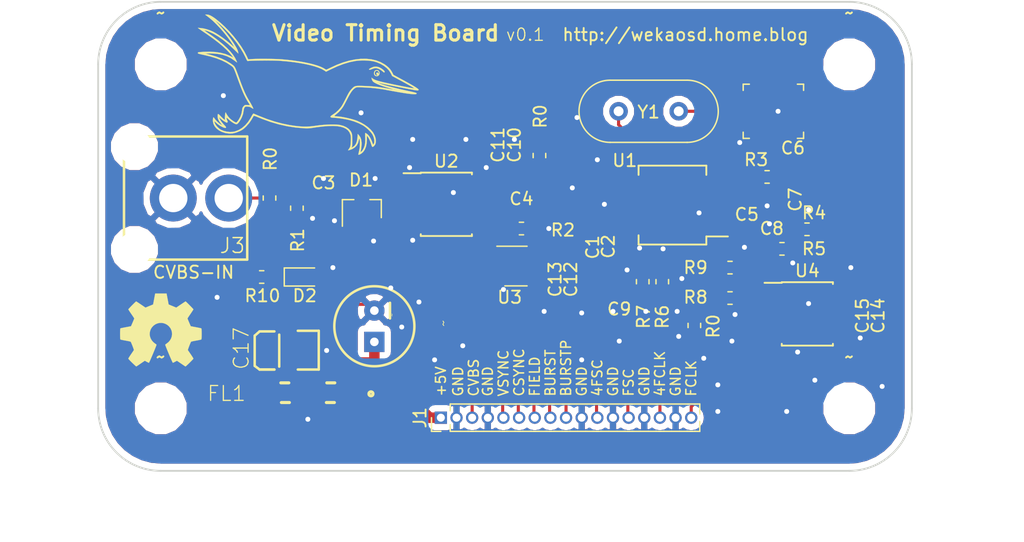
<source format=kicad_pcb>
(kicad_pcb (version 20171130) (host pcbnew "(5.0.0)")
  (layers (0 F.Cu signal) (31 B.Cu signal) (34 B.Paste user) (35 F.Paste user) (36 B.SilkS user) (37 F.SilkS user) (38 B.Mask user) (39 F.Mask user hide) (44 Edge.Cuts user))
  (net 0 "")
  (net 1 GND)
  (net 2 +5V)
  (net 3 VDD)
  (net 4 "Net-(C5-Pad2)")
  (net 5 "Net-(U3-Pad1)")
  (net 6 /CVBS-CLAMPED)
  (net 7 /CVBS-IN)
  (net 8 "Net-(C4-Pad1)")
  (net 9 "Net-(C6-Pad2)")
  (net 10 "Net-(C7-Pad2)")
  (net 11 /FSC)
  (net 12 /4FSC)
  (net 13 "Net-(D2-Pad2)")
  (net 14 /CSYNC)
  (net 15 /VSYNC)
  (net 16 /FIELD)
  (net 17 /BURST)
  (net 18 /BURST-INV)
  (net 19 /FCLK)
  (net 20 /4FCLK)
  (net 21 "Net-(R8-Pad2)")
  (net 22 /XTAL)
  (net 23 /FSC-BIAS)
  (net 24 /4FSC-BIAS)
  (module Package_TO_SOT_SMD:SOT-23-5_HandSoldering (layer F.Cu) (at 146.939 106.553)
    (fp_text reference U3 (at -0.508 2.54 180) (layer F.SilkS))
    (fp_text value SN74LVC1GU04)
    (pad 5 smd rect (at 1.35 -0.95) (size 1.56 0.65) (layers F.Cu F.Paste F.Mask) (net 3 VDD))
    (pad 4 smd rect (at 1.35 0.95) (size 1.56 0.65) (layers F.Cu F.Paste F.Mask) (net 18 /BURST-INV))
    (pad 3 smd rect (at -1.35 0.95) (size 1.56 0.65) (layers F.Cu F.Paste F.Mask) (net 1 GND))
    (pad 2 smd rect (at -1.35 0) (size 1.56 0.65) (layers F.Cu F.Paste F.Mask) (net 17 /BURST))
    (pad 1 smd rect (at -1.35 -0.95) (size 1.56 0.65) (layers F.Cu F.Paste F.Mask) (net 5 "Net-(U3-Pad1)"))
  )
  (module LED_SMD:LED_0603_1608Metric_Pad1.05x0.95mm_HandSolder (layer F.Cu) (at 129.794 107.442)
    (fp_text reference D2 (at 0 1.524) (layer F.SilkS))
    (fp_text value ~)
    (pad 2 smd roundrect (at -0.875 0) (size 1.05 0.95) (layers F.Cu F.Paste F.Mask) (net 13 "Net-(D2-Pad2)"))
    (pad 1 smd roundrect (at 0.875 0) (size 1.05 0.95) (layers F.Cu F.Paste F.Mask) (net 1 GND))
  )
  (module Package_SO:SOIC-8_3.9x4.9mm_P1.27mm (layer F.Cu) (at 170.5864 110.4392)
    (fp_text reference U4 (at 0 -3.5) (layer F.SilkS))
    (fp_text value TLV3502AIDCNR)
    (pad 8 smd rect (at 2.7 -1.905) (size 1.55 0.6) (layers F.Cu F.Paste F.Mask) (net 3 VDD))
    (pad 7 smd rect (at 2.7 -0.635) (size 1.55 0.6) (layers F.Cu F.Paste F.Mask) (net 19 /FCLK))
    (pad 6 smd rect (at 2.7 0.635) (size 1.55 0.6) (layers F.Cu F.Paste F.Mask) (net 20 /4FCLK))
    (pad 5 smd rect (at 2.7 1.905) (size 1.55 0.6) (layers F.Cu F.Paste F.Mask) (net 1 GND))
    (pad 4 smd rect (at -2.7 1.905) (size 1.55 0.6) (layers F.Cu F.Paste F.Mask) (net 24 /4FSC-BIAS))
    (pad 3 smd rect (at -2.7 0.635) (size 1.55 0.6) (layers F.Cu F.Paste F.Mask) (net 21 "Net-(R8-Pad2)"))
    (pad 2 smd rect (at -2.7 -0.635) (size 1.55 0.6) (layers F.Cu F.Paste F.Mask) (net 23 /FSC-BIAS))
    (pad 1 smd rect (at -2.7 -1.905) (size 1.55 0.6) (layers F.Cu F.Paste F.Mask) (net 21 "Net-(R8-Pad2)"))
  )
  (module Resistor_SMD:R_0603_1608Metric_Pad1.05x0.95mm_HandSolder (layer F.Cu) (at 148.844 97.5754 90)
    (fp_text reference R0 (at 3.175 0.0635 90) (layer F.SilkS))
    (fp_text value 0R)
    (pad 1 smd roundrect (at -0.875 0 90) (size 1.05 0.95) (layers F.Cu F.Paste F.Mask) (net 3 VDD))
    (pad 2 smd roundrect (at 0.875 0 90) (size 1.05 0.95) (layers F.Cu F.Paste F.Mask) (net 3 VDD))
  )
  (module Resistor_SMD:R_0603_1608Metric_Pad1.05x0.95mm_HandSolder (layer F.Cu) (at 161.417 111.379 90)
    (fp_text reference R0 (at -0.0635 1.524 90) (layer F.SilkS))
    (fp_text value 0R)
    (pad 1 smd roundrect (at -0.875 0 90) (size 1.05 0.95) (layers F.Cu F.Paste F.Mask) (net 11 /FSC))
    (pad 2 smd roundrect (at 0.875 0 90) (size 1.05 0.95) (layers F.Cu F.Paste F.Mask) (net 11 /FSC))
  )
  (module Connector_PinHeader_1.27mm:PinHeader_1x17_P1.27mm_Vertical (layer F.Cu) (at 140.843 118.872 90)
    (fp_text reference J1 (at 0 -1.695 90) (layer F.SilkS))
    (fp_text value ~)
    (pad 17 thru_hole oval (at 0 20.32 90) (size 1 1) (drill 0.65) (layers *.Cu *.Mask) (net 19 /FCLK))
    (pad 16 thru_hole oval (at 0 19.05 90) (size 1 1) (drill 0.65) (layers *.Cu *.Mask) (net 1 GND))
    (pad 15 thru_hole oval (at 0 17.78 90) (size 1 1) (drill 0.65) (layers *.Cu *.Mask) (net 20 /4FCLK))
    (pad 14 thru_hole oval (at 0 16.51 90) (size 1 1) (drill 0.65) (layers *.Cu *.Mask) (net 1 GND))
    (pad 13 thru_hole oval (at 0 15.24 90) (size 1 1) (drill 0.65) (layers *.Cu *.Mask) (net 11 /FSC))
    (pad 12 thru_hole oval (at 0 13.97 90) (size 1 1) (drill 0.65) (layers *.Cu *.Mask) (net 1 GND))
    (pad 11 thru_hole oval (at 0 12.7 90) (size 1 1) (drill 0.65) (layers *.Cu *.Mask) (net 12 /4FSC))
    (pad 10 thru_hole oval (at 0 11.43 90) (size 1 1) (drill 0.65) (layers *.Cu *.Mask) (net 1 GND))
    (pad 9 thru_hole oval (at 0 10.16 90) (size 1 1) (drill 0.65) (layers *.Cu *.Mask) (net 18 /BURST-INV))
    (pad 8 thru_hole oval (at 0 8.89 90) (size 1 1) (drill 0.65) (layers *.Cu *.Mask) (net 17 /BURST))
    (pad 7 thru_hole oval (at 0 7.62 90) (size 1 1) (drill 0.65) (layers *.Cu *.Mask) (net 16 /FIELD))
    (pad 6 thru_hole oval (at 0 6.35 90) (size 1 1) (drill 0.65) (layers *.Cu *.Mask) (net 14 /CSYNC))
    (pad 5 thru_hole oval (at 0 5.08 90) (size 1 1) (drill 0.65) (layers *.Cu *.Mask) (net 15 /VSYNC))
    (pad 4 thru_hole oval (at 0 3.81 90) (size 1 1) (drill 0.65) (layers *.Cu *.Mask) (net 1 GND))
    (pad 3 thru_hole oval (at 0 2.54 90) (size 1 1) (drill 0.65) (layers *.Cu *.Mask) (net 6 /CVBS-CLAMPED))
    (pad 2 thru_hole oval (at 0 1.27 90) (size 1 1) (drill 0.65) (layers *.Cu *.Mask) (net 1 GND))
    (pad 1 thru_hole rect (at 0 0 90) (size 1 1) (drill 0.65) (layers *.Cu *.Mask) (net 2 +5V))
  )
  (module Capacitor_SMD:C_0402_1005Metric (layer F.Cu) (at 168.3385 101.092 90)
    (fp_text reference C7 (at -0.0635 1.27 90) (layer F.SilkS))
    (fp_text value 0.1uF)
    (pad 1 smd roundrect (at -0.485 0 90) (size 0.59 0.64) (layers F.Cu F.Paste F.Mask) (net 1 GND))
    (pad 2 smd roundrect (at 0.485 0 90) (size 0.59 0.64) (layers F.Cu F.Paste F.Mask) (net 10 "Net-(C7-Pad2)"))
  )
  (module Capacitor_SMD:C_0402_1005Metric (layer F.Cu) (at 165.735 103.505 180)
    (fp_text reference C8 (at -1.9685 0 180) (layer F.SilkS))
    (fp_text value 1nF)
    (pad 1 smd roundrect (at -0.485 0 180) (size 0.59 0.64) (layers F.Cu F.Paste F.Mask) (net 23 /FSC-BIAS))
    (pad 2 smd roundrect (at 0.485 0 180) (size 0.59 0.64) (layers F.Cu F.Paste F.Mask) (net 11 /FSC))
  )
  (module Capacitor_SMD:C_0402_1005Metric (layer F.Cu) (at 155.3845 108.712 180)
    (fp_text reference C9 (at 0.0635 -1.3335 180) (layer F.SilkS))
    (fp_text value 1nF)
    (pad 1 smd roundrect (at -0.485 0 180) (size 0.59 0.64) (layers F.Cu F.Paste F.Mask) (net 24 /4FSC-BIAS))
    (pad 2 smd roundrect (at 0.485 0 180) (size 0.59 0.64) (layers F.Cu F.Paste F.Mask) (net 12 /4FSC))
  )
  (module Capacitor_SMD:C_0402_1005Metric (layer F.Cu) (at 146.6215 99.187 90)
    (fp_text reference C10 (at 2.4765 0.1905 90) (layer F.SilkS))
    (fp_text value 10uF)
    (pad 2 smd roundrect (at 0.485 0 90) (size 0.59 0.64) (layers F.Cu F.Paste F.Mask) (net 1 GND))
    (pad 1 smd roundrect (at -0.485 0 90) (size 0.59 0.64) (layers F.Cu F.Paste F.Mask) (net 3 VDD))
  )
  (module Capacitor_SMD:C_0402_1005Metric (layer F.Cu) (at 145.6055 99.187 270)
    (fp_text reference C11 (at -2.4765 0.127 270) (layer F.SilkS))
    (fp_text value 0.1uF)
    (pad 1 smd roundrect (at -0.485 0 270) (size 0.59 0.64) (layers F.Cu F.Paste F.Mask) (net 1 GND))
    (pad 2 smd roundrect (at 0.485 0 270) (size 0.59 0.64) (layers F.Cu F.Paste F.Mask) (net 3 VDD))
  )
  (module Capacitor_SMD:C_0402_1005Metric (layer F.Cu) (at 149.987 105.0925 90)
    (fp_text reference C13 (at -2.54 0.127 90) (layer F.SilkS))
    (fp_text value 0.1uF)
    (pad 2 smd roundrect (at 0.485 0 90) (size 0.59 0.64) (layers F.Cu F.Paste F.Mask) (net 1 GND))
    (pad 1 smd roundrect (at -0.485 0 90) (size 0.59 0.64) (layers F.Cu F.Paste F.Mask) (net 3 VDD))
  )
  (module Capacitor_SMD:C_0402_1005Metric (layer F.Cu) (at 175.9458 108.0516 270)
    (fp_text reference C14 (at 2.54 -0.381 90) (layer F.SilkS))
    (fp_text value 10uF)
    (pad 2 smd roundrect (at 0.485 0 270) (size 0.59 0.64) (layers F.Cu F.Paste F.Mask) (net 3 VDD))
    (pad 1 smd roundrect (at -0.485 0 270) (size 0.59 0.64) (layers F.Cu F.Paste F.Mask) (net 1 GND))
  )
  (module Capacitor_SMD:C_0402_1005Metric (layer F.Cu) (at 174.9298 108.0516 270)
    (fp_text reference C15 (at 2.54 -0.127 270) (layer F.SilkS))
    (fp_text value 0.1uF)
    (pad 2 smd roundrect (at 0.485 0 270) (size 0.59 0.64) (layers F.Cu F.Paste F.Mask) (net 3 VDD))
    (pad 1 smd roundrect (at -0.485 0 270) (size 0.59 0.64) (layers F.Cu F.Paste F.Mask) (net 1 GND))
  )
  (module Footprints:6816 (layer F.Cu) (at 130.048 116.84 180)
    (fp_text reference FL1 (at 4.953 0.635 180) (layer F.SilkS) (effects (font (size 1.2065 1.2065) (thickness 0.1016)) (justify right top)))
    (fp_text value NFE61PT472C1H9L hide)
    (pad 1 smd rect (at -3.4 0 180) (size 2 1.6) (layers F.Cu F.Paste F.Mask) (net 2 +5V))
    (pad 2 smd rect (at 0 0 180) (size 2.6 2) (layers F.Cu F.Paste F.Mask) (net 1 GND))
    (pad 3 smd rect (at 3.4 0 180) (size 2 1.6) (layers F.Cu F.Paste F.Mask) (net 3 VDD))
  )
  (module Resistor_SMD:R_0603_1608Metric_Pad1.05x0.95mm_HandSolder (layer F.Cu) (at 129.159 101.854 90)
    (fp_text reference R1 (at -2.6035 0.0635 90) (layer F.SilkS))
    (fp_text value 75R)
    (pad 1 smd roundrect (at -0.875 0 90) (size 1.05 0.95) (layers F.Cu F.Paste F.Mask) (net 1 GND))
    (pad 2 smd roundrect (at 0.875 0 90) (size 1.05 0.95) (layers F.Cu F.Paste F.Mask) (net 7 /CVBS-IN))
  )
  (module Resistor_SMD:R_0603_1608Metric_Pad1.05x0.95mm_HandSolder (layer F.Cu) (at 147.3835 103.505)
    (fp_text reference R2 (at 3.3655 0.127) (layer F.SilkS))
    (fp_text value 680K)
    (pad 2 smd roundrect (at 0.875 0) (size 1.05 0.95) (layers F.Cu F.Paste F.Mask) (net 1 GND))
    (pad 1 smd roundrect (at -0.875 0) (size 1.05 0.95) (layers F.Cu F.Paste F.Mask) (net 8 "Net-(C4-Pad1)"))
  )
  (module Resistor_SMD:R_0603_1608Metric_Pad1.05x0.95mm_HandSolder (layer F.Cu) (at 167.3225 99.314 180)
    (fp_text reference R3 (at 0.889 1.397 180) (layer F.SilkS))
    (fp_text value 47K)
    (pad 1 smd roundrect (at -0.875 0 180) (size 1.05 0.95) (layers F.Cu F.Paste F.Mask) (net 10 "Net-(C7-Pad2)"))
    (pad 2 smd roundrect (at 0.875 0 180) (size 1.05 0.95) (layers F.Cu F.Paste F.Mask) (net 4 "Net-(C5-Pad2)"))
  )
  (module Resistor_SMD:R_0603_1608Metric_Pad1.05x0.95mm_HandSolder (layer F.Cu) (at 170.561 103.5685 180)
    (fp_text reference R4 (at -0.5715 1.3335 180) (layer F.SilkS))
    (fp_text value 10K)
    (pad 1 smd roundrect (at -0.875 0 180) (size 1.05 0.95) (layers F.Cu F.Paste F.Mask) (net 3 VDD))
    (pad 2 smd roundrect (at 0.875 0 180) (size 1.05 0.95) (layers F.Cu F.Paste F.Mask) (net 23 /FSC-BIAS))
  )
  (module Resistor_SMD:R_0603_1608Metric_Pad1.05x0.95mm_HandSolder (layer F.Cu) (at 168.529 105.156)
    (fp_text reference R5 (at 2.6035 0) (layer F.SilkS))
    (fp_text value 10K)
    (pad 2 smd roundrect (at 0.875 0) (size 1.05 0.95) (layers F.Cu F.Paste F.Mask) (net 1 GND))
    (pad 1 smd roundrect (at -0.875 0) (size 1.05 0.95) (layers F.Cu F.Paste F.Mask) (net 23 /FSC-BIAS))
  )
  (module Resistor_SMD:R_0603_1608Metric_Pad1.05x0.95mm_HandSolder (layer F.Cu) (at 158.8135 107.823 270)
    (fp_text reference R6 (at 2.8575 0 270) (layer F.SilkS))
    (fp_text value 10K)
    (pad 2 smd roundrect (at 0.875 0 270) (size 1.05 0.95) (layers F.Cu F.Paste F.Mask) (net 24 /4FSC-BIAS))
    (pad 1 smd roundrect (at -0.875 0 270) (size 1.05 0.95) (layers F.Cu F.Paste F.Mask) (net 3 VDD))
  )
  (module Resistor_SMD:R_0603_1608Metric_Pad1.05x0.95mm_HandSolder (layer F.Cu) (at 157.226 107.823 90)
    (fp_text reference R7 (at -2.8575 0.0635 90) (layer F.SilkS))
    (fp_text value 10K)
    (pad 1 smd roundrect (at -0.875 0 90) (size 1.05 0.95) (layers F.Cu F.Paste F.Mask) (net 24 /4FSC-BIAS))
    (pad 2 smd roundrect (at 0.875 0 90) (size 1.05 0.95) (layers F.Cu F.Paste F.Mask) (net 1 GND))
  )
  (module Resistor_SMD:R_0603_1608Metric_Pad1.05x0.95mm_HandSolder (layer F.Cu) (at 164.3126 109.15142)
    (fp_text reference R8 (at -2.794 -0.0635) (layer F.SilkS))
    (fp_text value 10K)
    (pad 1 smd roundrect (at -0.875 0) (size 1.05 0.95) (layers F.Cu F.Paste F.Mask) (net 1 GND))
    (pad 2 smd roundrect (at 0.875 0) (size 1.05 0.95) (layers F.Cu F.Paste F.Mask) (net 21 "Net-(R8-Pad2)"))
  )
  (module Resistor_SMD:R_0603_1608Metric_Pad1.05x0.95mm_HandSolder (layer F.Cu) (at 164.3126 106.68 180)
    (fp_text reference R9 (at 2.794 0 180) (layer F.SilkS))
    (fp_text value 10K)
    (pad 2 smd roundrect (at 0.875 0 180) (size 1.05 0.95) (layers F.Cu F.Paste F.Mask) (net 3 VDD))
    (pad 1 smd roundrect (at -0.875 0 180) (size 1.05 0.95) (layers F.Cu F.Paste F.Mask) (net 21 "Net-(R8-Pad2)"))
  )
  (module Resistor_SMD:R_0603_1608Metric_Pad1.05x0.95mm_HandSolder (layer F.Cu) (at 126.3015 107.442)
    (fp_text reference R10 (at 0.0635 1.524) (layer F.SilkS))
    (fp_text value 150R)
    (pad 1 smd roundrect (at -0.875 0) (size 1.05 0.95) (layers F.Cu F.Paste F.Mask) (net 3 VDD))
    (pad 2 smd roundrect (at 0.875 0) (size 1.05 0.95) (layers F.Cu F.Paste F.Mask) (net 13 "Net-(D2-Pad2)"))
  )
  (module Package_SO:SO-8_5.3x6.2mm_P1.27mm (layer F.Cu) (at 159.639 101.6 180)
    (fp_text reference U1 (at 3.8735 3.6195 180) (layer F.SilkS))
    (fp_text value MC44144)
    (pad 1 smd rect (at -3.7 -1.905 180) (size 1.75 0.55) (layers F.Cu F.Paste F.Mask) (net 11 /FSC))
    (pad 2 smd rect (at -3.7 -0.635 180) (size 1.75 0.55) (layers F.Cu F.Paste F.Mask) (net 1 GND))
    (pad 3 smd rect (at -3.7 0.635 180) (size 1.75 0.55) (layers F.Cu F.Paste F.Mask) (net 4 "Net-(C5-Pad2)"))
    (pad 4 smd rect (at -3.7 1.905 180) (size 1.75 0.55) (layers F.Cu F.Paste F.Mask) (net 22 /XTAL))
    (pad 5 smd rect (at 3.7 1.905 180) (size 1.75 0.55) (layers F.Cu F.Paste F.Mask) (net 12 /4FSC))
    (pad 6 smd rect (at 3.7 0.635 180) (size 1.75 0.55) (layers F.Cu F.Paste F.Mask) (net 6 /CVBS-CLAMPED))
    (pad 7 smd rect (at 3.7 -0.635 180) (size 1.75 0.55) (layers F.Cu F.Paste F.Mask) (net 18 /BURST-INV))
    (pad 8 smd rect (at 3.7 -1.905 180) (size 1.75 0.55) (layers F.Cu F.Paste F.Mask) (net 3 VDD))
  )
  (module Package_SO:SOIC-8_3.9x4.9mm_P1.27mm (layer F.Cu) (at 141.2875 101.5365)
    (fp_text reference U2 (at 0 -3.5) (layer F.SilkS))
    (fp_text value LM1881)
    (pad 1 smd rect (at -2.7 -1.905) (size 1.55 0.6) (layers F.Cu F.Paste F.Mask) (net 14 /CSYNC))
    (pad 2 smd rect (at -2.7 -0.635) (size 1.55 0.6) (layers F.Cu F.Paste F.Mask) (net 6 /CVBS-CLAMPED))
    (pad 3 smd rect (at -2.7 0.635) (size 1.55 0.6) (layers F.Cu F.Paste F.Mask) (net 15 /VSYNC))
    (pad 4 smd rect (at -2.7 1.905) (size 1.55 0.6) (layers F.Cu F.Paste F.Mask) (net 1 GND))
    (pad 5 smd rect (at 2.7 1.905) (size 1.55 0.6) (layers F.Cu F.Paste F.Mask) (net 17 /BURST))
    (pad 6 smd rect (at 2.7 0.635) (size 1.55 0.6) (layers F.Cu F.Paste F.Mask) (net 8 "Net-(C4-Pad1)"))
    (pad 7 smd rect (at 2.7 -0.635) (size 1.55 0.6) (layers F.Cu F.Paste F.Mask) (net 16 /FIELD))
    (pad 8 smd rect (at 2.7 -1.905) (size 1.55 0.6) (layers F.Cu F.Paste F.Mask) (net 3 VDD))
  )
  (module Crystal:Crystal_HC49-U_Vertical (layer F.Cu) (at 160.147 93.98 180)
    (fp_text reference Y1 (at 2.44 -0.0635 180) (layer F.SilkS))
    (fp_text value ~)
    (pad 1 thru_hole circle (at 0 0 180) (size 1.5 1.5) (drill 0.8) (layers *.Cu *.Mask) (net 9 "Net-(C6-Pad2)"))
    (pad 2 thru_hole circle (at 4.88 0 180) (size 1.5 1.5) (drill 0.8) (layers *.Cu *.Mask) (net 22 /XTAL))
  )
  (module Capacitor_SMD:C_0402_1005Metric (layer F.Cu) (at 153.0985 102.997 90)
    (fp_text reference C1 (at -2.032 0.0635 90) (layer F.SilkS))
    (fp_text value 10uF)
    (pad 2 smd roundrect (at 0.485 0 90) (size 0.59 0.64) (layers F.Cu F.Paste F.Mask) (net 1 GND))
    (pad 1 smd roundrect (at -0.485 0 90) (size 0.59 0.64) (layers F.Cu F.Paste F.Mask) (net 3 VDD))
  )
  (module Capacitor_SMD:C_0402_1005Metric (layer F.Cu) (at 154.178 102.997 90)
    (fp_text reference C2 (at -1.9685 0.254 90) (layer F.SilkS))
    (fp_text value 0.1uF)
    (pad 2 smd roundrect (at 0.485 0 90) (size 0.59 0.64) (layers F.Cu F.Paste F.Mask) (net 1 GND))
    (pad 1 smd roundrect (at -0.485 0 90) (size 0.59 0.64) (layers F.Cu F.Paste F.Mask) (net 3 VDD))
  )
  (module Capacitor_SMD:C_0402_1005Metric (layer F.Cu) (at 131.318 100.965)
    (fp_text reference C3 (at 0 -1.17) (layer F.SilkS))
    (fp_text value 0.1uF)
    (pad 2 smd roundrect (at 0.485 0) (size 0.59 0.64) (layers F.Cu F.Paste F.Mask) (net 6 /CVBS-CLAMPED))
    (pad 1 smd roundrect (at -0.485 0) (size 0.59 0.64) (layers F.Cu F.Paste F.Mask) (net 7 /CVBS-IN))
  )
  (module Capacitor_SMD:C_0402_1005Metric (layer F.Cu) (at 147.3835 102.1715)
    (fp_text reference C4 (at 0 -1.0795) (layer F.SilkS))
    (fp_text value 0.1uF)
    (pad 1 smd roundrect (at -0.485 0) (size 0.59 0.64) (layers F.Cu F.Paste F.Mask) (net 8 "Net-(C4-Pad1)"))
    (pad 2 smd roundrect (at 0.485 0) (size 0.59 0.64) (layers F.Cu F.Paste F.Mask) (net 1 GND))
  )
  (module Capacitor_SMD:C_0402_1005Metric (layer F.Cu) (at 166.751 100.6475 180)
    (fp_text reference C5 (at 1.0795 -1.7145 180) (layer F.SilkS))
    (fp_text value 470pF)
    (pad 1 smd roundrect (at -0.485 0 180) (size 0.59 0.64) (layers F.Cu F.Paste F.Mask) (net 1 GND))
    (pad 2 smd roundrect (at 0.485 0 180) (size 0.59 0.64) (layers F.Cu F.Paste F.Mask) (net 4 "Net-(C5-Pad2)"))
  )
  (module Capacitor_SMD:C_Trimmer_Murata_TZB4-A (layer F.Cu) (at 167.8305 93.98 180)
    (fp_text reference C6 (at -1.5875 -2.9845 180) (layer F.SilkS))
    (fp_text value 5-25pF)
    (pad 1 smd rect (at -2.35 0 180) (size 2.3 1.6) (layers F.Cu F.Paste F.Mask) (net 1 GND))
    (pad 2 smd rect (at 2.35 0 180) (size 2.3 1.6) (layers F.Cu F.Paste F.Mask) (net 9 "Net-(C6-Pad2)"))
  )
  (module Capacitor_SMD:C_0402_1005Metric (layer F.Cu) (at 151.0665 105.0925 90)
    (fp_text reference C12 (at -2.54 0.3175 90) (layer F.SilkS))
    (fp_text value 10uF)
    (pad 1 smd roundrect (at -0.485 0 90) (size 0.59 0.64) (layers F.Cu F.Paste F.Mask) (net 3 VDD))
    (pad 2 smd roundrect (at 0.485 0 90) (size 0.59 0.64) (layers F.Cu F.Paste F.Mask) (net 1 GND))
  )
  (module Footprints:CPOL-RADIAL (layer F.Cu) (at 135.4455 111.4425 270)
    (fp_text reference C16 hide)
    (fp_text value 220uF hide)
    (fp_text user ~ (at 0.0635 -6.0325 270) (layer F.SilkS) (effects (font (size 0.77216 0.77216) (thickness 0.065024)) (justify left bottom)))
    (fp_text user ~ (at -0.762 -1.651 270) (layer F.SilkS) (effects (font (size 0.38608 0.38608) (thickness 0.032512)) (justify left bottom)))
    (pad 2 thru_hole circle (at -1.27 0 270) (size 1.651 1.651) (drill 0.7) (layers *.Cu *.Mask) (net 1 GND))
    (pad 1 thru_hole rect (at 1.27 0 270) (size 1.651 1.651) (drill 0.7) (layers *.Cu *.Mask) (net 2 +5V))
  )
  (module Footprints:EIA3528 (layer F.Cu) (at 128.3335 113.411 180)
    (fp_text reference C17 (at 2.9845 -1.651 270) (layer F.SilkS) (effects (font (size 1.2065 1.2065) (thickness 0.1016)) (justify left bottom)))
    (fp_text value 33uF hide)
    (pad 1 smd rect (at 1.65 0 270) (size 2.5 1.2) (layers F.Cu F.Paste F.Mask) (net 3 VDD))
    (pad 2 smd rect (at -1.65 0 270) (size 2.5 1.2) (layers F.Cu F.Paste F.Mask) (net 1 GND))
  )
  (module Package_TO_SOT_SMD:SOT-23 (layer F.Cu) (at 134.4295 101.9175 90)
    (fp_text reference D1 (at 2.3495 -0.0635 180) (layer F.SilkS))
    (fp_text value BAT54)
    (pad 1 smd rect (at -1 -0.95 90) (size 0.9 0.8) (layers F.Cu F.Paste F.Mask) (net 1 GND))
    (pad 2 smd rect (at -1 0.95 90) (size 0.9 0.8) (layers F.Cu F.Paste F.Mask))
    (pad 3 smd rect (at 1 0 90) (size 0.9 0.8) (layers F.Cu F.Paste F.Mask) (net 6 /CVBS-CLAMPED))
  )
  (module Footprints:RCA (layer F.Cu) (at 119.126 101.0285 90)
    (fp_text reference J3 (at -4.572 3.683 180) (layer F.SilkS) (effects (font (size 1.2065 1.2065) (thickness 0.12065)) (justify left bottom)))
    (fp_text value ~ hide)
    (pad 1 thru_hole circle (at 0 4.5 90) (size 3.81 3.81) (drill 2.3) (layers *.Cu *.Mask) (net 7 /CVBS-IN))
    (pad 2 thru_hole circle (at 0 0 90) (size 3.81 3.81) (drill 2.3) (layers *.Cu *.Mask) (net 1 GND))
    (pad "" np_thru_hole circle (at -4.175 -3.15 90) (size 2.8 2.8) (drill 2.8) (layers *.Cu))
    (pad "" np_thru_hole circle (at 4.175 -3.15 90) (size 2.8 2.8) (drill 2.8) (layers *.Cu))
  )
  (module MountingHole:MountingHole_3.2mm_M3 (layer F.Cu) (at 118.11 90.17)
    (fp_text reference ~ (at 0 -4.2) (layer F.SilkS))
    (fp_text value MountingHole_3.2mm_M3)
    (pad 1 np_thru_hole circle (at 0 0) (size 3.2 3.2) (drill 3.2) (layers *.Cu *.Mask))
  )
  (module MountingHole:MountingHole_3.2mm_M3 (layer F.Cu) (at 173.99 90.17)
    (fp_text reference ~ (at 0 -4.2) (layer F.SilkS))
    (fp_text value MountingHole_3.2mm_M3)
    (pad 1 np_thru_hole circle (at 0 0) (size 3.2 3.2) (drill 3.2) (layers *.Cu *.Mask))
  )
  (module MountingHole:MountingHole_3.2mm_M3 (layer F.Cu) (at 173.99 118.11)
    (fp_text reference ~ (at 0 -4.2) (layer F.SilkS))
    (fp_text value MountingHole_3.2mm_M3)
    (pad 1 np_thru_hole circle (at 0 0) (size 3.2 3.2) (drill 3.2) (layers *.Cu *.Mask))
  )
  (module MountingHole:MountingHole_3.2mm_M3 (layer F.Cu) (at 118.11 118.11)
    (fp_text reference ~ (at 0 -4.2) (layer F.SilkS))
    (fp_text value MountingHole_3.2mm_M3)
    (pad 1 np_thru_hole circle (at 0 0) (size 3.2 3.2) (drill 3.2) (layers *.Cu *.Mask))
  )
  (module Symbol:OSHW-Symbol_6.7x6mm_SilkScreen (layer F.Cu) (at 118.11 111.76)
    (fp_text reference ~ hide)
    (fp_text value OSHW-Symbol_6.7x6mm_SilkScreen hide)
  )
  (module Resistor_SMD:R_0603_1608Metric_Pad1.05x0.95mm_HandSolder (layer F.Cu) (at 126.9365 101.0285 90)
    (fp_text reference R0 (at 3.175 0.0635 90) (layer F.SilkS))
    (fp_text value 0R)
    (pad 2 smd roundrect (at 0.875 0 90) (size 1.05 0.95) (layers F.Cu F.Paste F.Mask) (net 3 VDD))
    (pad 1 smd roundrect (at -0.875 0 90) (size 1.05 0.95) (layers F.Cu F.Paste F.Mask) (net 3 VDD))
  )
  (module Footprints:weka (layer F.Cu) (at 130.048 91.821)
    (fp_text reference ~ hide)
    (fp_text value ~ hide)
  )
  (gr_text CVBS-IN (at 120.777 107.061) (layer F.SilkS) (effects (font (size 1 1))))
  (gr_text v0.1 (at 147.701 87.757) (layer F.SilkS) (effects (font (size 1 1) (thickness 0.1))))
  (gr_text CVBS (at 143.51 117.221 90) (layer F.SilkS) (effects (font (size 0.8 0.8) (thickness 0.125)) (justify left)))
  (gr_text GND (at 142.24 117.221 90) (layer F.SilkS) (effects (font (size 0.8 0.8) (thickness 0.125)) (justify left)))
  (gr_text 4FSC (at 153.543 117.221 90) (layer F.SilkS) (effects (font (size 0.8 0.8) (thickness 0.125)) (justify left)))
  (gr_text http://wekaosd.home.blog (at 150.622 87.757) (layer F.SilkS) (effects (font (size 1 1)) (justify left)))
  (gr_text "Video Timing Board" (at 127 87.63) (layer F.SilkS) (effects (font (size 1.25 1.25) (thickness 0.25)) (justify left)))
  (gr_text FCLK (at 161.163 117.221 90) (layer F.SilkS) (effects (font (size 0.8 0.8) (thickness 0.125)) (justify left)))
  (gr_text GND (at 159.893 117.221 90) (layer F.SilkS) (effects (font (size 0.8 0.8) (thickness 0.125)) (justify left)))
  (gr_text 4FCLK (at 158.623 117.221 90) (layer F.SilkS) (effects (font (size 0.8 0.8) (thickness 0.125)) (justify left)))
  (gr_text GND (at 157.353 117.221 90) (layer F.SilkS) (effects (font (size 0.8 0.8) (thickness 0.125)) (justify left)))
  (gr_text FSC (at 156.083 117.221 90) (layer F.SilkS) (effects (font (size 0.8 0.8) (thickness 0.125)) (justify left)))
  (gr_text GND (at 154.813 117.221 90) (layer F.SilkS) (effects (font (size 0.8 0.8) (thickness 0.125)) (justify left)))
  (gr_text GND (at 152.273 117.221 90) (layer F.SilkS) (effects (font (size 0.8 0.8) (thickness 0.125)) (justify left)))
  (gr_text BURSTP (at 151.003 117.221 90) (layer F.SilkS) (effects (font (size 0.8 0.8) (thickness 0.125)) (justify left)))
  (gr_text BURST (at 149.733 117.221 90) (layer F.SilkS) (effects (font (size 0.8 0.8) (thickness 0.125)) (justify left)))
  (gr_text FIELD (at 148.463 117.221 90) (layer F.SilkS) (effects (font (size 0.8 0.8) (thickness 0.125)) (justify left)))
  (gr_text CSYNC (at 147.193 117.221 90) (layer F.SilkS) (effects (font (size 0.8 0.8) (thickness 0.125)) (justify left)))
  (gr_text VSYNC (at 145.923 117.221 90) (layer F.SilkS) (effects (font (size 0.8 0.8) (thickness 0.125)) (justify left)))
  (gr_text GND (at 144.653 117.221 90) (layer F.SilkS) (effects (font (size 0.8 0.8) (thickness 0.125)) (justify left)))
  (gr_text +5V (at 140.843 117.221 90) (layer F.SilkS) (effects (font (size 0.8 0.8) (thickness 0.125)) (justify left)))
  (gr_line (start 173.99 123.19) (end 118.11 123.19) (layer Edge.Cuts) (width 0.15))
  (gr_line (start 179.07 90.17) (end 179.07 118.11) (layer Edge.Cuts) (width 0.15))
  (gr_line (start 173.99 85.09) (end 118.11 85.09) (layer Edge.Cuts) (width 0.15))
  (gr_arc (start 173.99 118.11) (end 173.99 123.19) (angle -90) (layer Edge.Cuts) (width 0.15))
  (gr_arc (start 173.99 90.17) (end 179.07 90.17) (angle -90) (layer Edge.Cuts) (width 0.15))
  (gr_arc (start 118.11 118.11) (end 113.03 118.11) (angle -90) (layer Edge.Cuts) (width 0.15))
  (gr_arc (start 118.11 90.17) (end 118.11 85.09) (angle -90) (layer Edge.Cuts) (width 0.15))
  (gr_line (start 113.03 118.11) (end 113.03 90.17) (layer Edge.Cuts) (width 0.15))
  (via (at 164.719 110.49) (size 0.8) (drill 0.4) (layers F.Cu B.Cu) (net 1))
  (via (at 156.972 105.0925) (size 0.8) (drill 0.4) (layers F.Cu B.Cu) (net 1))
  (via (at 153.543 97.917) (size 0.8) (drill 0.4) (layers F.Cu B.Cu) (net 1))
  (via (at 155.956 106.8705) (size 0.8) (drill 0.4) (layers F.Cu B.Cu) (net 1))
  (via (at 167.3225 101.6635) (size 0.8) (drill 0.4) (layers F.Cu B.Cu) (net 1))
  (via (at 168.2115 93.98) (size 0.8) (drill 0.4) (layers F.Cu B.Cu) (net 1))
  (via (at 161.798 102.235) (size 0.8) (drill 0.4) (layers F.Cu B.Cu) (net 1))
  (via (at 154.1145 101.5365) (size 0.8) (drill 0.4) (layers F.Cu B.Cu) (net 1))
  (via (at 145.923 108.458) (size 0.8) (drill 0.4) (layers F.Cu B.Cu) (net 1))
  (via (at 149.606 103.505) (size 0.8) (drill 0.4) (layers F.Cu B.Cu) (net 1))
  (via (at 138.557 104.4575) (size 0.8) (drill 0.4) (layers F.Cu B.Cu) (net 1))
  (via (at 130.429 102.6795) (size 0.8) (drill 0.4) (layers F.Cu B.Cu) (net 1))
  (via (at 144.526 98.552) (size 0.8) (drill 0.4) (layers F.Cu B.Cu) (net 1))
  (segment (start 129.9835 116.204) (end 130.048 116.2685) (width 0.85) (layer F.Cu) (net 1))
  (segment (start 130.3515 116.572) (end 130.048 116.2685) (width 0.25) (layer F.Cu) (net 1))
  (segment (start 130.667 102.9175) (end 130.429 102.6795) (width 0.25) (layer F.Cu) (net 1))
  (segment (start 133.4795 102.9175) (end 130.667 102.9175) (width 0.25) (layer F.Cu) (net 1))
  (segment (start 130.3795 102.729) (end 130.429 102.6795) (width 0.25) (layer F.Cu) (net 1))
  (segment (start 129.159 102.729) (end 130.3795 102.729) (width 0.25) (layer F.Cu) (net 1))
  (segment (start 138.557 103.472) (end 138.5875 103.4415) (width 0.6) (layer F.Cu) (net 1))
  (segment (start 138.557 104.4575) (end 138.557 103.472) (width 0.6) (layer F.Cu) (net 1))
  (segment (start 145.6055 98.702) (end 146.6215 98.702) (width 0.6) (layer F.Cu) (net 1))
  (segment (start 148.6535 102.1715) (end 149.606 103.124) (width 0.25) (layer F.Cu) (net 1))
  (segment (start 147.8685 102.1715) (end 148.6535 102.1715) (width 0.25) (layer F.Cu) (net 1))
  (segment (start 149.225 103.505) (end 149.606 103.124) (width 0.25) (layer F.Cu) (net 1))
  (segment (start 148.2585 103.505) (end 149.225 103.505) (width 0.25) (layer F.Cu) (net 1))
  (segment (start 149.987 104.6075) (end 151.0665 104.6075) (width 0.6) (layer F.Cu) (net 1))
  (segment (start 154.178 102.512) (end 153.0985 102.512) (width 0.6) (layer F.Cu) (net 1))
  (segment (start 154.178 101.6) (end 154.1145 101.5365) (width 0.6) (layer F.Cu) (net 1))
  (segment (start 154.178 102.512) (end 154.178 101.6) (width 0.6) (layer F.Cu) (net 1))
  (segment (start 161.798 102.235) (end 163.339 102.235) (width 0.6) (layer F.Cu) (net 1))
  (segment (start 168.2115 93.98) (end 170.1805 93.98) (width 0.25) (layer F.Cu) (net 1))
  (segment (start 168.1655 101.577) (end 168.3385 101.577) (width 0.25) (layer F.Cu) (net 1))
  (segment (start 167.722499 101.133999) (end 167.7035 101.115) (width 0.25) (layer F.Cu) (net 1))
  (segment (start 167.722499 101.263501) (end 167.722499 101.133999) (width 0.25) (layer F.Cu) (net 1))
  (segment (start 167.3225 101.6635) (end 167.722499 101.263501) (width 0.25) (layer F.Cu) (net 1))
  (segment (start 167.236 100.6475) (end 167.7035 101.115) (width 0.25) (layer F.Cu) (net 1))
  (segment (start 167.7035 101.115) (end 168.1655 101.577) (width 0.25) (layer F.Cu) (net 1))
  (segment (start 134.9375 109.6645) (end 135.4455 110.1725) (width 0.25) (layer F.Cu) (net 1))
  (segment (start 130.7325 109.6645) (end 134.9375 109.6645) (width 0.25) (layer F.Cu) (net 1))
  (segment (start 130.048 113.4755) (end 129.9835 113.411) (width 0.85) (layer F.Cu) (net 1))
  (segment (start 130.048 116.84) (end 130.048 113.4755) (width 0.85) (layer F.Cu) (net 1))
  (via (at 132.08 106.68) (size 0.8) (drill 0.4) (layers F.Cu B.Cu) (net 1))
  (via (at 122.682 109.093) (size 0.8) (drill 0.4) (layers F.Cu B.Cu) (net 1))
  (via (at 168.91 118.364) (size 0.8) (drill 0.4) (layers F.Cu B.Cu) (net 1))
  (via (at 165.1 96.52) (size 0.8) (drill 0.4) (layers F.Cu B.Cu) (net 1))
  (via (at 151.892 94.488) (size 0.8) (drill 0.4) (layers F.Cu B.Cu) (net 1))
  (via (at 146.812 96.266) (size 0.8) (drill 0.4) (layers F.Cu B.Cu) (net 1))
  (via (at 134.366 94.107) (size 0.8) (drill 0.4) (layers F.Cu B.Cu) (net 1))
  (via (at 123.19 92.71) (size 0.8) (drill 0.4) (layers F.Cu B.Cu) (net 1))
  (segment (start 174.9298 107.5666) (end 175.9458 107.5666) (width 0.6) (layer F.Cu) (net 1))
  (segment (start 169.404 105.156) (end 169.404 106.299) (width 0.25) (layer F.Cu) (net 1))
  (via (at 151.511 100.203) (size 0.8) (drill 0.4) (layers F.Cu B.Cu) (net 1))
  (via (at 142.875 96.266) (size 0.8) (drill 0.4) (layers F.Cu B.Cu) (net 1))
  (segment (start 144.676 98.702) (end 144.526 98.552) (width 0.6) (layer F.Cu) (net 1))
  (segment (start 145.6055 98.702) (end 144.676 98.702) (width 0.6) (layer F.Cu) (net 1))
  (via (at 138.557 96.266) (size 0.8) (drill 0.4) (layers F.Cu B.Cu) (net 1))
  (via (at 135.509 99.441) (size 0.8) (drill 0.4) (layers F.Cu B.Cu) (net 1))
  (via (at 131.318 99.441) (size 0.8) (drill 0.4) (layers F.Cu B.Cu) (net 1))
  (via (at 132.207 102.87) (size 0.8) (drill 0.4) (layers F.Cu B.Cu) (net 1))
  (via (at 141.859 100.584) (size 0.8) (drill 0.4) (layers F.Cu B.Cu) (net 1))
  (via (at 152.273 110.363) (size 0.8) (drill 0.4) (layers F.Cu B.Cu) (net 1))
  (via (at 152.273 114.173) (size 0.8) (drill 0.4) (layers F.Cu B.Cu) (net 1))
  (via (at 155.321 112.649) (size 0.8) (drill 0.4) (layers F.Cu B.Cu) (net 1))
  (via (at 162.179 114.046) (size 0.8) (drill 0.4) (layers F.Cu B.Cu) (net 1))
  (via (at 154.813 110.236) (size 0.8) (drill 0.4) (layers F.Cu B.Cu) (net 1))
  (via (at 158.877 105.156) (size 0.8) (drill 0.4) (layers F.Cu B.Cu) (net 1))
  (via (at 165.481 105.029) (size 0.8) (drill 0.4) (layers F.Cu B.Cu) (net 1))
  (via (at 170.688 101.981) (size 0.8) (drill 0.4) (layers F.Cu B.Cu) (net 1))
  (via (at 167.513 103.124) (size 0.8) (drill 0.4) (layers F.Cu B.Cu) (net 1))
  (via (at 140.335 114.173) (size 0.8) (drill 0.4) (layers F.Cu B.Cu) (net 1))
  (via (at 137.668 111.506) (size 0.8) (drill 0.4) (layers F.Cu B.Cu) (net 1))
  (via (at 136.779 108.331) (size 0.8) (drill 0.4) (layers F.Cu B.Cu) (net 1))
  (via (at 135.382 104.521) (size 0.8) (drill 0.4) (layers F.Cu B.Cu) (net 1))
  (via (at 139.065 109.474) (size 0.8) (drill 0.4) (layers F.Cu B.Cu) (net 1))
  (via (at 142.621 113.03) (size 0.8) (drill 0.4) (layers F.Cu B.Cu) (net 1))
  (via (at 163.322 116.205) (size 0.8) (drill 0.4) (layers F.Cu B.Cu) (net 1))
  (via (at 163.322 118.364) (size 0.8) (drill 0.4) (layers F.Cu B.Cu) (net 1))
  (via (at 138.303 98.552) (size 0.8) (drill 0.4) (layers F.Cu B.Cu) (net 1))
  (via (at 157.48 110.236) (size 0.8) (drill 0.4) (layers F.Cu B.Cu) (net 1))
  (segment (start 157.189 106.911) (end 157.226 106.948) (width 0.25) (layer F.Cu) (net 1))
  (via (at 160.02 110.236) (size 0.8) (drill 0.4) (layers F.Cu B.Cu) (net 1))
  (via (at 160.147 112.268) (size 0.8) (drill 0.4) (layers F.Cu B.Cu) (net 1))
  (via (at 164.465 112.649) (size 0.8) (drill 0.4) (layers F.Cu B.Cu) (net 1))
  (via (at 174.117 106.68) (size 0.8) (drill 0.4) (layers F.Cu B.Cu) (net 1))
  (via (at 169.404 106.299) (size 0.8) (drill 0.4) (layers F.Cu B.Cu) (net 1))
  (via (at 174.879 112.395) (size 0.8) (drill 0.4) (layers F.Cu B.Cu) (net 1))
  (segment (start 174.8282 112.3442) (end 174.879 112.395) (width 0.6) (layer F.Cu) (net 1))
  (segment (start 173.2864 112.3442) (end 174.8282 112.3442) (width 0.6) (layer F.Cu) (net 1))
  (via (at 169.799 113.538) (size 0.8) (drill 0.4) (layers F.Cu B.Cu) (net 1))
  (via (at 171.196 115.824) (size 0.8) (drill 0.4) (layers F.Cu B.Cu) (net 1))
  (via (at 170.688 109.601) (size 0.8) (drill 0.4) (layers F.Cu B.Cu) (net 1))
  (via (at 176.657 116.332) (size 0.8) (drill 0.4) (layers F.Cu B.Cu) (net 1))
  (via (at 160.401 107.569) (size 0.8) (drill 0.4) (layers F.Cu B.Cu) (net 1))
  (via (at 131.572 113.411) (size 0.8) (drill 0.4) (layers F.Cu B.Cu) (net 1))
  (via (at 130.048 118.999) (size 0.8) (drill 0.4) (layers F.Cu B.Cu) (net 1))
  (segment (start 145.589 108.124) (end 145.923 108.458) (width 0.6) (layer F.Cu) (net 1))
  (segment (start 145.589 107.503) (end 145.589 108.124) (width 0.6) (layer F.Cu) (net 1))
  (segment (start 149.987 103.886) (end 149.606 103.505) (width 0.6) (layer F.Cu) (net 1))
  (segment (start 149.987 104.6075) (end 149.987 103.886) (width 0.6) (layer F.Cu) (net 1))
  (via (at 149.225 110.236) (size 0.8) (drill 0.4) (layers F.Cu B.Cu) (net 1))
  (segment (start 135.4455 114.388) (end 135.4455 112.7125) (width 0.85) (layer F.Cu) (net 2))
  (segment (start 134.25 114.388) (end 135.4455 114.388) (width 0.85) (layer F.Cu) (net 2))
  (segment (start 133.448 115.19) (end 134.25 114.388) (width 0.85) (layer F.Cu) (net 2))
  (segment (start 133.448 116.84) (end 133.448 115.19) (width 0.85) (layer F.Cu) (net 2))
  (segment (start 139.9295 118.872) (end 140.843 118.872) (width 0.85) (layer F.Cu) (net 2))
  (segment (start 135.4455 114.388) (end 139.9295 118.872) (width 0.85) (layer F.Cu) (net 2))
  (segment (start 146.6215 99.672) (end 145.6055 99.672) (width 0.6) (layer F.Cu) (net 3))
  (segment (start 144.028 99.672) (end 143.9875 99.6315) (width 0.6) (layer F.Cu) (net 3))
  (segment (start 145.6055 99.672) (end 144.028 99.672) (width 0.6) (layer F.Cu) (net 3))
  (segment (start 151.0665 105.5775) (end 149.987 105.5775) (width 0.6) (layer F.Cu) (net 3))
  (segment (start 154.201 103.505) (end 154.178 103.482) (width 0.6) (layer F.Cu) (net 3))
  (segment (start 155.939 103.505) (end 154.201 103.505) (width 0.6) (layer F.Cu) (net 3))
  (segment (start 154.178 103.482) (end 153.0985 103.482) (width 0.6) (layer F.Cu) (net 3))
  (segment (start 148.0185 99.672) (end 152.4635 104.117) (width 0.6) (layer F.Cu) (net 3))
  (segment (start 146.6215 99.672) (end 148.0185 99.672) (width 0.6) (layer F.Cu) (net 3))
  (segment (start 152.4635 104.117) (end 153.0985 103.482) (width 0.6) (layer F.Cu) (net 3))
  (segment (start 148.0185 99.5045) (end 148.844 98.679) (width 0.6) (layer F.Cu) (net 3))
  (segment (start 148.0185 99.672) (end 148.0185 99.5045) (width 0.6) (layer F.Cu) (net 3))
  (segment (start 126.648 113.4465) (end 126.6835 113.411) (width 0.85) (layer F.Cu) (net 3))
  (segment (start 126.648 116.84) (end 126.648 113.4465) (width 0.85) (layer F.Cu) (net 3))
  (segment (start 125.4265 111.504) (end 125.4265 109.6645) (width 0.85) (layer F.Cu) (net 3))
  (segment (start 126.6835 113.411) (end 126.6835 112.761) (width 0.6) (layer F.Cu) (net 3))
  (segment (start 126.6835 112.761) (end 125.4265 111.504) (width 0.85) (layer F.Cu) (net 3))
  (segment (start 125.4265 106.4755) (end 125.4265 109.6645) (width 0.85) (layer F.Cu) (net 3))
  (segment (start 126.9365 104.9655) (end 125.4265 106.4755) (width 0.85) (layer F.Cu) (net 3))
  (segment (start 130.6195 90.6145) (end 151.5745 90.6145) (width 0.85) (layer F.Cu) (net 3))
  (segment (start 126.9365 94.2975) (end 130.6195 90.6145) (width 0.85) (layer F.Cu) (net 3))
  (segment (start 171.935072 103.069428) (end 171.436 103.5685) (width 0.85) (layer F.Cu) (net 3))
  (segment (start 172.339 102.6655) (end 171.935072 103.069428) (width 0.85) (layer F.Cu) (net 3))
  (segment (start 172.339 92.329) (end 172.339 102.6655) (width 0.85) (layer F.Cu) (net 3))
  (segment (start 151.5745 90.6145) (end 170.6245 90.6145) (width 0.85) (layer F.Cu) (net 3))
  (segment (start 170.6245 90.6145) (end 172.339 92.329) (width 0.85) (layer F.Cu) (net 3))
  (segment (start 148.844 93.345) (end 148.844 96.393) (width 0.6) (layer F.Cu) (net 3))
  (segment (start 151.5745 90.6145) (end 148.844 93.345) (width 0.6) (layer F.Cu) (net 3))
  (segment (start 174.9298 108.5366) (end 175.9458 108.5366) (width 0.6) (layer F.Cu) (net 3))
  (segment (start 153.924 96.393) (end 155.321 97.79) (width 0.25) (layer F.Cu) (net 3))
  (segment (start 148.844 96.393) (end 153.924 96.393) (width 0.25) (layer F.Cu) (net 3))
  (segment (start 155.321 97.79) (end 157.734 97.79) (width 0.25) (layer F.Cu) (net 3))
  (segment (start 157.734 97.79) (end 159.639 99.695) (width 0.25) (layer F.Cu) (net 3))
  (segment (start 159.639 105.283) (end 159.639 104.267) (width 0.25) (layer F.Cu) (net 3))
  (segment (start 159.639 104.267) (end 159.639 104.4575) (width 0.25) (layer F.Cu) (net 3))
  (segment (start 159.639 99.695) (end 159.639 104.267) (width 0.25) (layer F.Cu) (net 3))
  (segment (start 159.639 105.4975) (end 159.639 105.283) (width 0.25) (layer F.Cu) (net 3))
  (segment (start 158.8135 106.323) (end 159.639 105.4975) (width 0.25) (layer F.Cu) (net 3))
  (segment (start 158.8135 106.948) (end 158.8135 106.323) (width 0.25) (layer F.Cu) (net 3))
  (segment (start 126.9365 94.2975) (end 126.9365 100.1535) (width 0.85) (layer F.Cu) (net 3))
  (segment (start 126.9365 102.5285) (end 126.9365 104.9655) (width 0.85) (layer F.Cu) (net 3))
  (segment (start 126.9365 101.9035) (end 126.9365 102.5285) (width 0.85) (layer F.Cu) (net 3))
  (segment (start 173.2888 108.5366) (end 173.2864 108.5342) (width 0.6) (layer F.Cu) (net 3))
  (segment (start 174.9298 108.5366) (end 173.2888 108.5366) (width 0.6) (layer F.Cu) (net 3))
  (segment (start 173.18342 103.5685) (end 171.436 103.5685) (width 0.6) (layer F.Cu) (net 3))
  (segment (start 173.6725 103.5685) (end 173.18342 103.5685) (width 0.6) (layer F.Cu) (net 3))
  (segment (start 176.76581 106.66181) (end 173.6725 103.5685) (width 0.6) (layer F.Cu) (net 3))
  (segment (start 176.76581 108.13659) (end 176.76581 106.66181) (width 0.6) (layer F.Cu) (net 3))
  (segment (start 175.9458 108.5366) (end 176.3658 108.5366) (width 0.6) (layer F.Cu) (net 3))
  (segment (start 176.3658 108.5366) (end 176.76581 108.13659) (width 0.6) (layer F.Cu) (net 3))
  (segment (start 162.427599 105.669999) (end 163.4376 106.68) (width 0.25) (layer F.Cu) (net 3))
  (segment (start 159.639 105.4975) (end 159.811499 105.669999) (width 0.25) (layer F.Cu) (net 3))
  (segment (start 159.811499 105.669999) (end 162.427599 105.669999) (width 0.25) (layer F.Cu) (net 3))
  (segment (start 151.4865 105.5775) (end 151.0665 105.5775) (width 0.6) (layer F.Cu) (net 3))
  (segment (start 151.901992 105.162008) (end 151.4865 105.5775) (width 0.6) (layer F.Cu) (net 3))
  (segment (start 151.901992 104.678508) (end 151.901992 105.162008) (width 0.6) (layer F.Cu) (net 3))
  (segment (start 152.4635 104.117) (end 151.901992 104.678508) (width 0.6) (layer F.Cu) (net 3))
  (segment (start 149.9615 105.603) (end 149.987 105.5775) (width 0.6) (layer F.Cu) (net 3))
  (segment (start 148.289 105.603) (end 149.9615 105.603) (width 0.6) (layer F.Cu) (net 3))
  (segment (start 165.9485 100.965) (end 166.266 100.6475) (width 0.25) (layer F.Cu) (net 4))
  (segment (start 163.339 100.965) (end 165.9485 100.965) (width 0.25) (layer F.Cu) (net 4))
  (segment (start 166.4475 100.466) (end 166.266 100.6475) (width 0.25) (layer F.Cu) (net 4))
  (segment (start 166.4475 99.314) (end 166.4475 100.466) (width 0.25) (layer F.Cu) (net 4))
  (segment (start 134.382 100.965) (end 134.4295 100.9175) (width 0.25) (layer F.Cu) (net 6))
  (segment (start 131.803 100.965) (end 134.382 100.965) (width 0.25) (layer F.Cu) (net 6))
  (segment (start 138.5715 100.9175) (end 138.5875 100.9015) (width 0.25) (layer F.Cu) (net 6))
  (segment (start 137.16 100.9175) (end 138.5715 100.9175) (width 0.25) (layer F.Cu) (net 6))
  (segment (start 136.652 100.9175) (end 137.16 100.9175) (width 0.25) (layer F.Cu) (net 6))
  (segment (start 134.4295 100.9175) (end 136.652 100.9175) (width 0.25) (layer F.Cu) (net 6))
  (segment (start 143.383 116.967) (end 143.383 118.872) (width 0.25) (layer F.Cu) (net 6))
  (segment (start 143.383 115.316) (end 143.383 116.967) (width 0.25) (layer F.Cu) (net 6))
  (segment (start 138.049 109.982) (end 143.383 115.316) (width 0.25) (layer F.Cu) (net 6))
  (segment (start 138.049 107.569) (end 138.049 109.982) (width 0.25) (layer F.Cu) (net 6))
  (segment (start 136.652 100.9175) (end 136.652 106.172) (width 0.25) (layer F.Cu) (net 6))
  (segment (start 136.652 106.172) (end 138.049 107.569) (width 0.25) (layer F.Cu) (net 6))
  (segment (start 154.814 100.965) (end 155.939 100.965) (width 0.25) (layer F.Cu) (net 6))
  (segment (start 151.421999 97.572999) (end 154.814 100.965) (width 0.25) (layer F.Cu) (net 6))
  (segment (start 137.758001 97.572999) (end 151.421999 97.572999) (width 0.25) (layer F.Cu) (net 6))
  (segment (start 136.652 100.9175) (end 136.652 98.679) (width 0.25) (layer F.Cu) (net 6))
  (segment (start 136.652 98.679) (end 137.758001 97.572999) (width 0.25) (layer F.Cu) (net 6))
  (segment (start 129.1095 101.0285) (end 129.159 100.979) (width 0.25) (layer F.Cu) (net 7))
  (segment (start 123.626 101.0285) (end 129.1095 101.0285) (width 0.25) (layer F.Cu) (net 7))
  (segment (start 130.819 100.979) (end 130.833 100.965) (width 0.25) (layer F.Cu) (net 7))
  (segment (start 129.159 100.979) (end 130.819 100.979) (width 0.25) (layer F.Cu) (net 7))
  (segment (start 146.8895 102.1805) (end 146.8985 102.1715) (width 0.25) (layer F.Cu) (net 8))
  (segment (start 146.8985 102.1715) (end 143.9875 102.1715) (width 0.25) (layer F.Cu) (net 8))
  (segment (start 146.8985 103.115) (end 146.5085 103.505) (width 0.25) (layer F.Cu) (net 8))
  (segment (start 146.8985 102.1715) (end 146.8985 103.115) (width 0.25) (layer F.Cu) (net 8))
  (segment (start 165.4805 93.98) (end 160.147 93.98) (width 0.25) (layer F.Cu) (net 9))
  (segment (start 168.3385 99.455) (end 168.1975 99.314) (width 0.25) (layer F.Cu) (net 10))
  (segment (start 168.3385 100.607) (end 168.3385 99.455) (width 0.25) (layer F.Cu) (net 10))
  (segment (start 163.339 103.505) (end 165.25 103.505) (width 0.25) (layer F.Cu) (net 11))
  (segment (start 156.0195 118.872) (end 156.0195 114.4905) (width 0.25) (layer F.Cu) (net 11))
  (segment (start 156.0195 114.4905) (end 157.226 113.284) (width 0.25) (layer F.Cu) (net 11))
  (segment (start 157.226 113.284) (end 160.9725 113.284) (width 0.25) (layer F.Cu) (net 11))
  (segment (start 161.3535 112.903) (end 161.3535 112.2045) (width 0.25) (layer F.Cu) (net 11))
  (segment (start 160.9725 113.284) (end 161.3535 112.903) (width 0.25) (layer F.Cu) (net 11))
  (segment (start 163.339 104.03) (end 163.339 103.505) (width 0.25) (layer F.Cu) (net 11))
  (segment (start 164.31301 105.00401) (end 163.339 104.03) (width 0.25) (layer F.Cu) (net 11))
  (segment (start 164.31301 105.00401) (end 164.31301 107.33999) (width 0.25) (layer F.Cu) (net 11))
  (segment (start 164.31301 107.33999) (end 163.703 107.95) (width 0.25) (layer F.Cu) (net 11))
  (segment (start 163.703 107.95) (end 161.798 107.95) (width 0.25) (layer F.Cu) (net 11))
  (segment (start 161.417 108.331) (end 161.417 110.504) (width 0.25) (layer F.Cu) (net 11))
  (segment (start 161.798 107.95) (end 161.417 108.331) (width 0.25) (layer F.Cu) (net 11))
  (segment (start 155.939 99.695) (end 156.539 99.695) (width 0.25) (layer F.Cu) (net 12))
  (segment (start 153.543 108.712) (end 153.4795 108.7755) (width 0.25) (layer F.Cu) (net 12))
  (segment (start 154.8995 108.712) (end 153.543 108.712) (width 0.25) (layer F.Cu) (net 12))
  (segment (start 153.4795 118.872) (end 153.4795 108.7755) (width 0.25) (layer F.Cu) (net 12))
  (segment (start 157.064 99.695) (end 155.939 99.695) (width 0.25) (layer F.Cu) (net 12))
  (segment (start 157.607 105.8545) (end 157.988 105.4735) (width 0.25) (layer F.Cu) (net 12))
  (segment (start 157.988 105.4735) (end 157.988 100.619) (width 0.25) (layer F.Cu) (net 12))
  (segment (start 157.988 100.619) (end 157.064 99.695) (width 0.25) (layer F.Cu) (net 12))
  (segment (start 157.607 105.8545) (end 155.1305 105.8545) (width 0.25) (layer F.Cu) (net 12))
  (segment (start 153.4795 107.5055) (end 153.4795 108.7755) (width 0.25) (layer F.Cu) (net 12))
  (segment (start 155.1305 105.8545) (end 153.4795 107.5055) (width 0.25) (layer F.Cu) (net 12))
  (segment (start 127.099 107.442) (end 128.905 107.442) (width 0.25) (layer F.Cu) (net 13))
  (segment (start 139.0625 99.6315) (end 138.5875 99.6315) (width 0.25) (layer F.Cu) (net 14))
  (segment (start 141.478 102.047) (end 139.0625 99.6315) (width 0.25) (layer F.Cu) (net 14))
  (segment (start 141.478 108.712) (end 141.478 102.047) (width 0.25) (layer F.Cu) (net 14))
  (segment (start 147.1295 118.872) (end 147.1295 114.3635) (width 0.25) (layer F.Cu) (net 14))
  (segment (start 147.1295 114.3635) (end 141.478 108.712) (width 0.25) (layer F.Cu) (net 14))
  (segment (start 139.6125 102.1715) (end 140.1445 102.7035) (width 0.25) (layer F.Cu) (net 15))
  (segment (start 138.5875 102.1715) (end 139.6125 102.1715) (width 0.25) (layer F.Cu) (net 15))
  (segment (start 140.1445 102.7035) (end 140.1445 108.966) (width 0.25) (layer F.Cu) (net 15))
  (segment (start 145.8595 114.681) (end 145.8595 118.872) (width 0.25) (layer F.Cu) (net 15))
  (segment (start 140.1445 108.966) (end 145.8595 114.681) (width 0.25) (layer F.Cu) (net 15))
  (segment (start 143.5125 100.9015) (end 143.9875 100.9015) (width 0.25) (layer F.Cu) (net 16))
  (segment (start 142.494 101.92) (end 143.5125 100.9015) (width 0.25) (layer F.Cu) (net 16))
  (segment (start 142.494 108.204) (end 142.494 101.92) (width 0.25) (layer F.Cu) (net 16))
  (segment (start 148.3995 118.872) (end 148.3995 114.1095) (width 0.25) (layer F.Cu) (net 16))
  (segment (start 148.3995 114.1095) (end 142.494 108.204) (width 0.25) (layer F.Cu) (net 16))
  (segment (start 143.9875 103.4415) (end 144.4625 103.4415) (width 0.25) (layer F.Cu) (net 17))
  (segment (start 143.5125 103.4415) (end 143.9875 103.4415) (width 0.25) (layer F.Cu) (net 17))
  (segment (start 149.6695 118.872) (end 149.6695 113.4745) (width 0.25) (layer F.Cu) (net 17))
  (segment (start 149.6695 113.4745) (end 143.9875 107.7925) (width 0.25) (layer F.Cu) (net 17))
  (segment (start 144.1145 106.553) (end 143.9875 106.426) (width 0.25) (layer F.Cu) (net 17))
  (segment (start 145.589 106.553) (end 144.1145 106.553) (width 0.25) (layer F.Cu) (net 17))
  (segment (start 143.9875 107.7925) (end 143.9875 106.426) (width 0.25) (layer F.Cu) (net 17))
  (segment (start 143.9875 106.426) (end 143.9875 103.4415) (width 0.25) (layer F.Cu) (net 17))
  (segment (start 152.781 106.172) (end 151.45 107.503) (width 0.25) (layer F.Cu) (net 18))
  (segment (start 152.781 105.283) (end 152.781 106.172) (width 0.25) (layer F.Cu) (net 18))
  (segment (start 153.416 104.648) (end 152.781 105.283) (width 0.25) (layer F.Cu) (net 18))
  (segment (start 156.539 102.235) (end 157.139001 102.835001) (width 0.25) (layer F.Cu) (net 18))
  (segment (start 157.139001 102.835001) (end 157.139001 104.040001) (width 0.25) (layer F.Cu) (net 18))
  (segment (start 157.139001 104.040001) (end 157.074001 104.105001) (width 0.25) (layer F.Cu) (net 18))
  (segment (start 155.939 102.235) (end 156.539 102.235) (width 0.25) (layer F.Cu) (net 18))
  (segment (start 157.074001 104.105001) (end 156.752999 104.105001) (width 0.25) (layer F.Cu) (net 18))
  (segment (start 156.21 104.648) (end 153.416 104.648) (width 0.25) (layer F.Cu) (net 18))
  (segment (start 156.752999 104.105001) (end 156.21 104.648) (width 0.25) (layer F.Cu) (net 18))
  (segment (start 151.003 118.872) (end 151.003 107.503) (width 0.25) (layer F.Cu) (net 18))
  (segment (start 151.45 107.503) (end 151.003 107.503) (width 0.25) (layer F.Cu) (net 18))
  (segment (start 151.003 107.503) (end 148.289 107.503) (width 0.25) (layer F.Cu) (net 18))
  (segment (start 177.165 110.871) (end 176.0982 109.8042) (width 0.25) (layer F.Cu) (net 19))
  (segment (start 177.165 113.792) (end 177.165 110.871) (width 0.25) (layer F.Cu) (net 19))
  (segment (start 161.163 117.983) (end 161.925 117.221) (width 0.25) (layer F.Cu) (net 19))
  (segment (start 176.0982 109.8042) (end 173.2864 109.8042) (width 0.25) (layer F.Cu) (net 19))
  (segment (start 161.163 118.872) (end 161.163 117.983) (width 0.25) (layer F.Cu) (net 19))
  (segment (start 161.925 117.221) (end 171.323 117.221) (width 0.25) (layer F.Cu) (net 19))
  (segment (start 171.323 117.221) (end 173.482 115.062) (width 0.25) (layer F.Cu) (net 19))
  (segment (start 173.482 115.062) (end 175.895 115.062) (width 0.25) (layer F.Cu) (net 19))
  (segment (start 175.895 115.062) (end 177.165 113.792) (width 0.25) (layer F.Cu) (net 19))
  (segment (start 172.8114 111.0742) (end 173.2864 111.0742) (width 0.25) (layer F.Cu) (net 20))
  (segment (start 158.623 118.872) (end 158.623 116.586) (width 0.25) (layer F.Cu) (net 20))
  (segment (start 158.623 116.586) (end 160.02 115.189) (width 0.25) (layer F.Cu) (net 20))
  (segment (start 160.02 115.189) (end 169.799 115.189) (width 0.25) (layer F.Cu) (net 20))
  (segment (start 169.799 115.189) (end 171.704 113.284) (width 0.25) (layer F.Cu) (net 20))
  (segment (start 171.704 113.284) (end 171.704 112.1816) (width 0.25) (layer F.Cu) (net 20))
  (segment (start 171.704 112.1816) (end 172.8114 111.0742) (width 0.25) (layer F.Cu) (net 20))
  (segment (start 165.213 109.1565) (end 165.838 109.1565) (width 0.25) (layer F.Cu) (net 21))
  (segment (start 165.838 109.1565) (end 166.4603 108.5342) (width 0.25) (layer F.Cu) (net 21))
  (segment (start 167.4114 111.0742) (end 167.8864 111.0742) (width 0.25) (layer F.Cu) (net 21))
  (segment (start 166.751 110.4138) (end 167.4114 111.0742) (width 0.25) (layer F.Cu) (net 21))
  (segment (start 166.751 108.5342) (end 166.751 110.4138) (width 0.25) (layer F.Cu) (net 21))
  (segment (start 166.751 108.5342) (end 167.8864 108.5342) (width 0.25) (layer F.Cu) (net 21))
  (segment (start 166.4603 108.5342) (end 166.751 108.5342) (width 0.25) (layer F.Cu) (net 21))
  (segment (start 165.1876 106.68) (end 165.1876 109.15142) (width 0.25) (layer F.Cu) (net 21))
  (segment (start 155.267 95.069) (end 155.267 93.98) (width 0.25) (layer F.Cu) (net 22))
  (segment (start 156.337 96.139) (end 155.267 95.069) (width 0.25) (layer F.Cu) (net 22))
  (segment (start 160.401 96.139) (end 156.337 96.139) (width 0.25) (layer F.Cu) (net 22))
  (segment (start 163.339 99.695) (end 163.339 99.077) (width 0.25) (layer F.Cu) (net 22))
  (segment (start 163.339 99.077) (end 160.401 96.139) (width 0.25) (layer F.Cu) (net 22))
  (segment (start 167.654 104.939) (end 166.22 103.505) (width 0.25) (layer F.Cu) (net 23))
  (segment (start 167.654 105.156) (end 167.654 104.939) (width 0.25) (layer F.Cu) (net 23))
  (segment (start 169.2415 103.5685) (end 169.686 103.5685) (width 0.25) (layer F.Cu) (net 23))
  (segment (start 167.654 105.156) (end 169.2415 103.5685) (width 0.25) (layer F.Cu) (net 23))
  (segment (start 168.3614 109.8042) (end 167.8864 109.8042) (width 0.25) (layer F.Cu) (net 23))
  (segment (start 168.986401 109.179199) (end 168.3614 109.8042) (width 0.25) (layer F.Cu) (net 23))
  (segment (start 168.986401 107.063401) (end 168.986401 109.179199) (width 0.25) (layer F.Cu) (net 23))
  (segment (start 167.654 105.731) (end 168.986401 107.063401) (width 0.25) (layer F.Cu) (net 23))
  (segment (start 167.654 105.156) (end 167.654 105.731) (width 0.25) (layer F.Cu) (net 23))
  (segment (start 158.8135 108.698) (end 157.226 108.698) (width 0.25) (layer F.Cu) (net 24))
  (segment (start 167.4114 112.3442) (end 167.8864 112.3442) (width 0.25) (layer F.Cu) (net 24))
  (segment (start 157.226 108.698) (end 155.843 108.698) (width 0.25) (layer F.Cu) (net 24))
  (segment (start 155.843 108.698) (end 155.829 108.712) (width 0.25) (layer F.Cu) (net 24))
  (segment (start 155.829 108.712) (end 155.829 110.1725) (width 0.25) (layer F.Cu) (net 24))
  (segment (start 155.829 110.1725) (end 157.0355 111.379) (width 0.25) (layer F.Cu) (net 24))
  (segment (start 157.0355 111.379) (end 166.4462 111.379) (width 0.25) (layer F.Cu) (net 24))
  (segment (start 166.4462 111.379) (end 167.4114 112.3442) (width 0.25) (layer F.Cu) (net 24))
  (zone (net 1) (net_name GND) (layer F.Cu) (connect_pads (clearance 0.508)) (min_thickness 0.254) (fill yes (arc_segments 16) (thermal_gap 0.508) (thermal_bridge_width 0.508))
    (polygon (pts (xy 113.03 123.19) (xy 179.07 123.19) (xy 179.07 85.09) (xy 113.03 85.09)))
  )
  (zone (net 1) (net_name GND) (layer B.Cu) (connect_pads (clearance 0.508)) (min_thickness 0.254) (fill yes (arc_segments 16) (thermal_gap 0.508) (thermal_bridge_width 0.508))
    (polygon (pts (xy 113.03 85.09) (xy 179.07 85.09) (xy 179.07 123.19) (xy 113.03 123.19)))
  )
)
</source>
